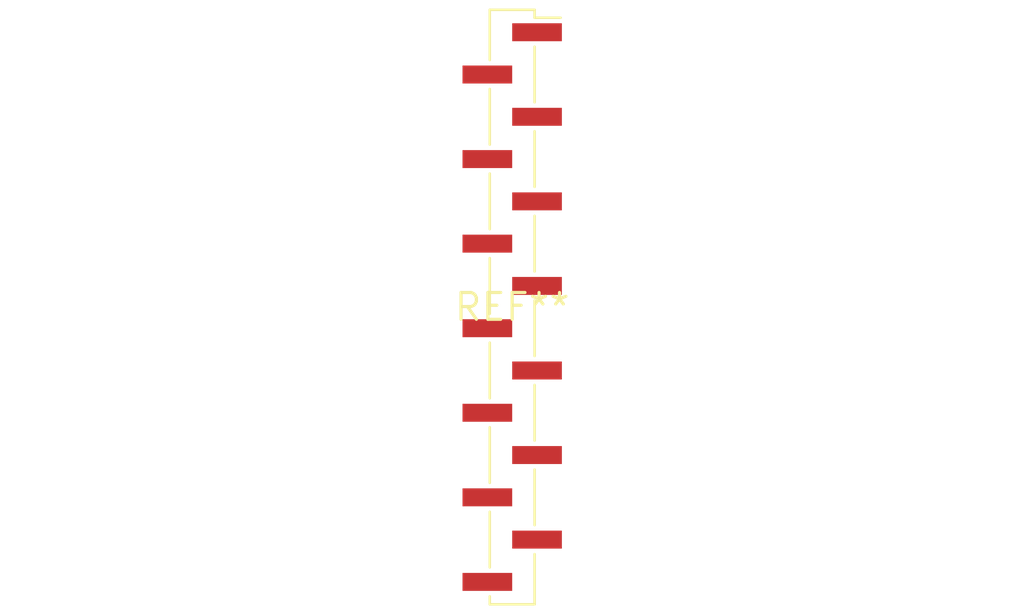
<source format=kicad_pcb>
(kicad_pcb (version 20240108) (generator pcbnew)
  (layers (0 "F.Cu" signal) (31 "B.Cu" signal) (34 "B.Paste" user) (35 "F.Paste" user) (36 "B.SilkS" user "B.Silkscreen") (37 "F.SilkS" user "F.Silkscreen") (38 "B.Mask" user) (39 "F.Mask" user) (44 "Edge.Cuts" user))
  (net 0 "")
  (footprint "PinHeader_1x14_P2.00mm_Vertical_SMD_Pin1Right" (layer "F.Cu") (at 0 0)
    (property "Reference" "REF**")
    (property "Value" "PinHeader_1x14_P2.00mm_Vertical_SMD_Pin1Right")
    (fp_line (start -1.06 -14.06) (end -1.06 -11.685) (layer "F.SilkS") (stroke (width 0.12)))
    (fp_line (start -1.06 -14.06) (end 1.06 -14.06) (layer "F.SilkS") (stroke (width 0.12)))
    (fp_line (start -1.06 -10.315) (end -1.06 -7.685) (layer "F.SilkS") (stroke (width 0.12)))
    (fp_line (start -1.06 -6.315) (end -1.06 -3.685) (layer "F.SilkS") (stroke (width 0.12)))
    (fp_line (start -1.06 -2.315) (end -1.06 0.315) (layer "F.SilkS") (stroke (width 0.12)))
    (fp_line (start -1.06 1.685) (end -1.06 4.315) (layer "F.SilkS") (stroke (width 0.12)))
    (fp_line (start -1.06 5.685) (end -1.06 8.315) (layer "F.SilkS") (stroke (width 0.12)))
    (fp_line (start -1.06 9.685) (end -1.06 12.315) (layer "F.SilkS") (stroke (width 0.12)))
    (fp_line (start -1.06 13.685) (end -1.06 14.06) (layer "F.SilkS") (stroke (width 0.12)))
    (fp_line (start -1.06 14.06) (end 1.06 14.06) (layer "F.SilkS") (stroke (width 0.12)))
    (fp_line (start 1.06 -14.06) (end 1.06 -13.685) (layer "F.SilkS") (stroke (width 0.12)))
    (fp_line (start 1.06 -13.685) (end 2.29 -13.685) (layer "F.SilkS") (stroke (width 0.12)))
    (fp_line (start 1.06 -12.315) (end 1.06 -9.685) (layer "F.SilkS") (stroke (width 0.12)))
    (fp_line (start 1.06 -8.315) (end 1.06 -5.685) (layer "F.SilkS") (stroke (width 0.12)))
    (fp_line (start 1.06 -4.315) (end 1.06 -1.685) (layer "F.SilkS") (stroke (width 0.12)))
    (fp_line (start 1.06 -0.315) (end 1.06 2.315) (layer "F.SilkS") (stroke (width 0.12)))
    (fp_line (start 1.06 3.685) (end 1.06 6.315) (layer "F.SilkS") (stroke (width 0.12)))
    (fp_line (start 1.06 7.685) (end 1.06 10.315) (layer "F.SilkS") (stroke (width 0.12)))
    (fp_line (start 1.06 11.685) (end 1.06 14.06) (layer "F.SilkS") (stroke (width 0.12)))
    (pad "1" smd rect (at 1.175 -13) (size 2.35 0.85) (layers "F.Cu" "F.Paste" "F.Mask"))
    (pad "2" smd rect (at -1.175 -11) (size 2.35 0.85) (layers "F.Cu" "F.Paste" "F.Mask"))
    (pad "3" smd rect (at 1.175 -9) (size 2.35 0.85) (layers "F.Cu" "F.Paste" "F.Mask"))
    (pad "4" smd rect (at -1.175 -7) (size 2.35 0.85) (layers "F.Cu" "F.Paste" "F.Mask"))
    (pad "5" smd rect (at 1.175 -5) (size 2.35 0.85) (layers "F.Cu" "F.Paste" "F.Mask"))
    (pad "6" smd rect (at -1.175 -3) (size 2.35 0.85) (layers "F.Cu" "F.Paste" "F.Mask"))
    (pad "7" smd rect (at 1.175 -1) (size 2.35 0.85) (layers "F.Cu" "F.Paste" "F.Mask"))
    (pad "8" smd rect (at -1.175 1) (size 2.35 0.85) (layers "F.Cu" "F.Paste" "F.Mask"))
    (pad "9" smd rect (at 1.175 3) (size 2.35 0.85) (layers "F.Cu" "F.Paste" "F.Mask"))
    (pad "10" smd rect (at -1.175 5) (size 2.35 0.85) (layers "F.Cu" "F.Paste" "F.Mask"))
    (pad "11" smd rect (at 1.175 7) (size 2.35 0.85) (layers "F.Cu" "F.Paste" "F.Mask"))
    (pad "12" smd rect (at -1.175 9) (size 2.35 0.85) (layers "F.Cu" "F.Paste" "F.Mask"))
    (pad "13" smd rect (at 1.175 11) (size 2.35 0.85) (layers "F.Cu" "F.Paste" "F.Mask"))
    (pad "14" smd rect (at -1.175 13) (size 2.35 0.85) (layers "F.Cu" "F.Paste" "F.Mask"))
  )
)
</source>
